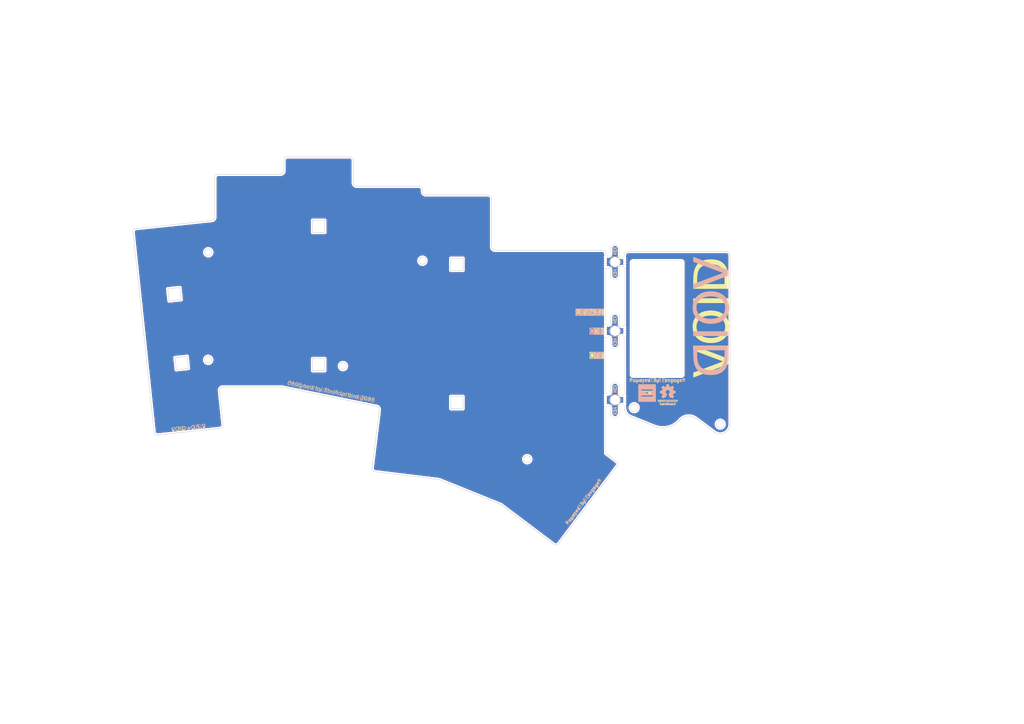
<source format=kicad_pcb>
(kicad_pcb (version 20240108) (generator "pcbnew") (generator_version "8.0")
  (title_block (title "bottom plate with MCU Cover") (date "2024-11-18") (rev "0.5.9") (company "Allen Choi"))
  (layers (0 "F.Cu" signal) (31 "B.Cu" signal) (34 "B.Paste" user) (35 "F.Paste" user) (36 "B.SilkS" user "B.Silkscreen") (37 "F.SilkS" user "F.Silkscreen") (38 "B.Mask" user) (39 "F.Mask" user) (44 "Edge.Cuts" user))
  (net 0 "")
  (net 1 "GND")
  (footprint "Nice!View_window" (layer "F.Cu") (at 190.655071 90.787191)
    (property "Reference" "DISP1" (hide yes))
    (property "Value" "")
    (fp_line (start -7.56 -14.67) (end -7.56 17.83) (stroke (width 0.05)) (layer "Edge.Cuts"))
    (fp_line (start -7.06 -15.17) (end 6.94 -15.17) (stroke (width 0.05)) (layer "Edge.Cuts"))
    (fp_line (start -7.06 18.33) (end 6.94 18.33) (stroke (width 0.05)) (layer "Edge.Cuts"))
    (fp_line (start 7.44 -14.67) (end 7.44 17.83) (stroke (width 0.05)) (layer "Edge.Cuts"))
    (fp_arc (start -7.56 -14.67) (mid -7.413553 -15.023553) (end -7.06 -15.17) (stroke (width 0.05)) (layer "Edge.Cuts"))
    (fp_arc (start -7.06 18.33) (mid -7.413553 18.183553) (end -7.56 17.83) (stroke (width 0.05)) (layer "Edge.Cuts"))
    (fp_arc (start 6.94 -15.17) (mid 7.293553 -15.023553) (end 7.44 -14.67) (stroke (width 0.05)) (layer "Edge.Cuts"))
    (fp_arc (start 7.44 17.83) (mid 7.293553 18.183553) (end 6.94 18.33) (stroke (width 0.05)) (layer "Edge.Cuts"))
  )
  (footprint "undefined" (layer "F.Cu") (at 193.655071 114.487191)
    (property "Reference" "LOGO2" (hide yes))
    (property "Value" "undefined" (hide yes))
  )
  (footprint "PCM_marbastlib-various:mousebites_5p5mm_easysnap" (layer "F.Cu") (at 181.130071 115.982191)
    (property "Reference" "MB5" (hide yes))
    (property "Value" "5.5mm" (hide yes))
    (fp_line (start -4 -3.9) (end -4 -2.4) (stroke (width 0.1)) (layer "Edge.Cuts"))
    (fp_line (start -4 2.4) (end -4 3.9) (stroke (width 0.1)) (layer "Edge.Cuts"))
    (fp_line (start -1.5 -2.03) (end -1.5 -3.9) (stroke (width 0.1)) (layer "Edge.Cuts"))
    (fp_line (start -1.5 3.9) (end -1.5 2.03) (stroke (width 0.1)) (layer "Edge.Cuts"))
    (fp_arc (start -5.5 2.4) (mid -4.75 1.65) (end -4 2.4) (stroke (width 0.1)) (layer "Edge.Cuts"))
    (fp_arc (start -4 -3.9) (mid -2.75 -5.15) (end -1.5 -3.9) (stroke (width 0.1)) (layer "Edge.Cuts"))
    (fp_arc (start -4 -2.4) (mid -4.75 -1.65) (end -5.5 -2.4) (stroke (width 0.1)) (layer "Edge.Cuts"))
    (fp_arc (start -1.5 2.03) (mid -0.75 1.28) (end 0 2.03) (stroke (width 0.1)) (layer "Edge.Cuts"))
    (fp_arc (start -1.5 3.9) (mid -2.75 5.15) (end -4 3.9) (stroke (width 0.1)) (layer "Edge.Cuts"))
    (fp_arc (start 0 -2.03) (mid -0.75 -1.28) (end -1.5 -2.03) (stroke (width 0.1)) (layer "Edge.Cuts"))
    (fp_text user "HEX" (at -2.75 3.2 90) (layer "B.SilkS") (effects (font (size 0.8 0.8)) (justify mirror)))
    (fp_text user "HEX" (at -2.75 -3.2 -90) (layer "B.SilkS") (effects (font (size 0.8 0.8)) (justify mirror)))
    (fp_text user "HEX" (at -2.75 -3.2 90) (layer "F.SilkS") (effects (font (size 0.8 0.8))))
    (fp_text user "HEX" (at -2.75 3.2 -90) (layer "F.SilkS") (effects (font (size 0.8 0.8))))
    (pad "" np_thru_hole circle (at -5.55 -1.48 180) (size 0.5 0.5) (drill 0.5) (layers "F&B.Cu" "*.Mask"))
    (pad "" np_thru_hole circle (at -5.55 -0.74 180) (size 0.5 0.5) (drill 0.5) (layers "F&B.Cu" "*.Mask"))
    (pad "" np_thru_hole circle (at -5.55 0 180) (size 0.5 0.5) (drill 0.5) (layers "F&B.Cu" "*.Mask"))
    (pad "" np_thru_hole circle (at -5.55 0.74 180) (size 0.5 0.5) (drill 0.5) (layers "F&B.Cu" "*.Mask"))
    (pad "" np_thru_hole circle (at -5.55 1.48 180) (size 0.5 0.5) (drill 0.5) (layers "F&B.Cu" "*.Mask"))
    (pad "" np_thru_hole circle (at -2.75 0 180) (size 2.4 2.4) (drill 2.4) (layers "F&B.Cu" "*.Mask"))
    (pad "" np_thru_hole circle (at 0.05 -1.11) (size 0.5 0.5) (drill 0.5) (layers "F&B.Cu" "*.Mask"))
    (pad "" np_thru_hole circle (at 0.05 -0.37) (size 0.5 0.5) (drill 0.5) (layers "F&B.Cu" "*.Mask"))
    (pad "" np_thru_hole circle (at 0.05 0.37) (size 0.5 0.5) (drill 0.5) (layers "F&B.Cu" "*.Mask"))
    (pad "" np_thru_hole circle (at 0.05 1.11) (size 0.5 0.5) (drill 0.5) (layers "F&B.Cu" "*.Mask"))
  )
  (footprint "PCM_marbastlib-various:mousebites_5p5mm_easysnap" (layer "F.Cu") (at 181.130071 75.982191)
    (property "Reference" "MB5" (hide yes))
    (property "Value" "5.5mm" (hide yes))
    (fp_line (start -4 -3.9) (end -4 -2.4) (stroke (width 0.1)) (layer "Edge.Cuts"))
    (fp_line (start -4 2.4) (end -4 3.9) (stroke (width 0.1)) (layer "Edge.Cuts"))
    (fp_line (start -1.5 -2.03) (end -1.5 -3.9) (stroke (width 0.1)) (layer "Edge.Cuts"))
    (fp_line (start -1.5 3.9) (end -1.5 2.03) (stroke (width 0.1)) (layer "Edge.Cuts"))
    (fp_arc (start -5.5 2.4) (mid -4.75 1.65) (end -4 2.4) (stroke (width 0.1)) (layer "Edge.Cuts"))
    (fp_arc (start -4 -3.9) (mid -2.75 -5.15) (end -1.5 -3.9) (stroke (width 0.1)) (layer "Edge.Cuts"))
    (fp_arc (start -4 -2.4) (mid -4.75 -1.65) (end -5.5 -2.4) (stroke (width 0.1)) (layer "Edge.Cuts"))
    (fp_arc (start -1.5 2.03) (mid -0.75 1.28) (end 0 2.03) (stroke (width 0.1)) (layer "Edge.Cuts"))
    (fp_arc (start -1.5 3.9) (mid -2.75 5.15) (end -4 3.9) (stroke (width 0.1)) (layer "Edge.Cuts"))
    (fp_arc (start 0 -2.03) (mid -0.75 -1.28) (end -1.5 -2.03) (stroke (width 0.1)) (layer "Edge.Cuts"))
    (fp_text user "HEX" (at -2.75 3.2 90) (layer "B.SilkS") (effects (font (size 0.8 0.8)) (justify mirror)))
    (fp_text user "HEX" (at -2.75 -3.2 -90) (layer "B.SilkS") (effects (font (size 0.8 0.8)) (justify mirror)))
    (fp_text user "HEX" (at -2.75 -3.2 90) (layer "F.SilkS") (effects (font (size 0.8 0.8))))
    (fp_text user "HEX" (at -2.75 3.2 -90) (layer "F.SilkS") (effects (font (size 0.8 0.8))))
    (pad "" np_thru_hole circle (at -5.55 -1.48 180) (size 0.5 0.5) (drill 0.5) (layers "F&B.Cu" "*.Mask"))
    (pad "" np_thru_hole circle (at -5.55 -0.74 180) (size 0.5 0.5) (drill 0.5) (layers "F&B.Cu" "*.Mask"))
    (pad "" np_thru_hole circle (at -5.55 0 180) (size 0.5 0.5) (drill 0.5) (layers "F&B.Cu" "*.Mask"))
    (pad "" np_thru_hole circle (at -5.55 0.74 180) (size 0.5 0.5) (drill 0.5) (layers "F&B.Cu" "*.Mask"))
    (pad "" np_thru_hole circle (at -5.55 1.48 180) (size 0.5 0.5) (drill 0.5) (layers "F&B.Cu" "*.Mask"))
    (pad "" np_thru_hole circle (at -2.75 0 180) (size 2.4 2.4) (drill 2.4) (layers "F&B.Cu" "*.Mask"))
    (pad "" np_thru_hole circle (at 0.05 -1.11) (size 0.5 0.5) (drill 0.5) (layers "F&B.Cu" "*.Mask"))
    (pad "" np_thru_hole circle (at 0.05 -0.37) (size 0.5 0.5) (drill 0.5) (layers "F&B.Cu" "*.Mask"))
    (pad "" np_thru_hole circle (at 0.05 0.37) (size 0.5 0.5) (drill 0.5) (layers "F&B.Cu" "*.Mask"))
    (pad "" np_thru_hole circle (at 0.05 1.11) (size 0.5 0.5) (drill 0.5) (layers "F&B.Cu" "*.Mask"))
  )
  (footprint "ceoloide:utility_ergogen_logo" (layer "F.Cu") (at 187.655071 113.987191)
    (property "Reference" "LOGO1" (hide yes))
    (property "Value" "")
  )
  (footprint "PCM_marbastlib-various:mousebites_5p5mm_easysnap" (layer "F.Cu") (at 181.130071 95.982191)
    (property "Reference" "MB5" (hide yes))
    (property "Value" "5.5mm" (hide yes))
    (fp_line (start -4 -3.9) (end -4 -2.4) (stroke (width 0.1)) (layer "Edge.Cuts"))
    (fp_line (start -4 2.4) (end -4 3.9) (stroke (width 0.1)) (layer "Edge.Cuts"))
    (fp_line (start -1.5 -2.03) (end -1.5 -3.9) (stroke (width 0.1)) (layer "Edge.Cuts"))
    (fp_line (start -1.5 3.9) (end -1.5 2.03) (stroke (width 0.1)) (layer "Edge.Cuts"))
    (fp_arc (start -5.5 2.4) (mid -4.75 1.65) (end -4 2.4) (stroke (width 0.1)) (layer "Edge.Cuts"))
    (fp_arc (start -4 -3.9) (mid -2.75 -5.15) (end -1.5 -3.9) (stroke (width 0.1)) (layer "Edge.Cuts"))
    (fp_arc (start -4 -2.4) (mid -4.75 -1.65) (end -5.5 -2.4) (stroke (width 0.1)) (layer "Edge.Cuts"))
    (fp_arc (start -1.5 2.03) (mid -0.75 1.28) (end 0 2.03) (stroke (width 0.1)) (layer "Edge.Cuts"))
    (fp_arc (start -1.5 3.9) (mid -2.75 5.15) (end -4 3.9) (stroke (width 0.1)) (layer "Edge.Cuts"))
    (fp_arc (start 0 -2.03) (mid -0.75 -1.28) (end -1.5 -2.03) (stroke (width 0.1)) (layer "Edge.Cuts"))
    (fp_text user "HEX" (at -2.75 3.2 90) (layer "B.SilkS") (effects (font (size 0.8 0.8)) (justify mirror)))
    (fp_text user "HEX" (at -2.75 -3.2 -90) (layer "B.SilkS") (effects (font (size 0.8 0.8)) (justify mirror)))
    (fp_text user "HEX" (at -2.75 3.2 -90) (layer "F.SilkS") (effects (font (size 0.8 0.8))))
    (fp_text user "HEX" (at -2.75 -3.2 90) (layer "F.SilkS") (effects (font (size 0.8 0.8))))
    (pad "" np_thru_hole circle (at -5.55 -1.48 180) (size 0.5 0.5) (drill 0.5) (layers "F&B.Cu" "*.Mask"))
    (pad "" np_thru_hole circle (at -5.55 -0.74 180) (size 0.5 0.5) (drill 0.5) (layers "F&B.Cu" "*.Mask"))
    (pad "" np_thru_hole circle (at -5.55 0 180) (size 0.5 0.5) (drill 0.5) (layers "F&B.Cu" "*.Mask"))
    (pad "" np_thru_hole circle (at -5.55 0.74 180) (size 0.5 0.5) (drill 0.5) (layers "F&B.Cu" "*.Mask"))
    (pad "" np_thru_hole circle (at -5.55 1.48 180) (size 0.5 0.5) (drill 0.5) (layers "F&B.Cu" "*.Mask"))
    (pad "" np_thru_hole circle (at -2.75 0 180) (size 2.4 2.4) (drill 2.4) (layers "F&B.Cu" "*.Mask"))
    (pad "" np_thru_hole circle (at 0.05 -1.11) (size 0.5 0.5) (drill 0.5) (layers "F&B.Cu" "*.Mask"))
    (pad "" np_thru_hole circle (at 0.05 -0.37) (size 0.5 0.5) (drill 0.5) (layers "F&B.Cu" "*.Mask"))
    (pad "" np_thru_hole circle (at 0.05 0.37) (size 0.5 0.5) (drill 0.5) (layers "F&B.Cu" "*.Mask"))
    (pad "" np_thru_hole circle (at 0.05 1.11) (size 0.5 0.5) (drill 0.5) (layers "F&B.Cu" "*.Mask"))
  )
  (gr_line (start 134.322571 114.947193) (end 130.722571 114.947191) (stroke (width 0.15)) (layer "Edge.Cuts"))
  (gr_arc (start 123.497572 56.542191) (mid 122.790517 56.249254) (end 122.497571 55.542191) (stroke (width 0.15)) (layer "Edge.Cuts"))
  (gr_arc (start 45.811351 126.107961) (mid 45.077508 125.890586) (end 44.7123 125.217968) (stroke (width 0.15)) (layer "Edge.Cuts"))
  (gr_arc (start 182.872571 120.80783) (mid 181.621137 119.783361) (end 181.151003 118.235911) (stroke (width 0.15)) (layer "Edge.Cuts"))
  (gr_line (start 210.712571 72.952191) (end 182.130071 72.952191) (stroke (width 0.15)) (layer "Edge.Cuts"))
  (gr_line (start 58.469606 64.296202) (end 39.523964 66.287469) (stroke (width 0.15)) (layer "Edge.Cuts"))
  (gr_arc (start 82.397571 46.542191) (mid 82.69049 45.83512) (end 83.397571 45.542193) (stroke (width 0.15)) (layer "Edge.Cuts"))
  (gr_line (start 54.675155 106.881115) (end 54.298852 103.300836) (stroke (width 0.15)) (layer "Edge.Cuts"))
  (gr_arc (start 121.497571 54.042191) (mid 122.20473 54.33504) (end 122.497571 55.042191) (stroke (width 0.15)) (layer "Edge.Cuts"))
  (gr_arc (start 81.582003 112.175038) (mid 81.490185 112.187888) (end 81.397571 112.192191) (stroke (width 0.15)) (layer "Edge.Cuts"))
  (gr_line (start 123.497572 56.542191) (end 141.547571 56.542191) (stroke (width 0.15)) (layer "Edge.Cuts"))
  (gr_line (start 64.61429 112.192191) (end 81.397571 112.192191) (stroke (width 0.15)) (layer "Edge.Cuts"))
  (gr_line (start 40.625237 86.332164) (end 42.721033 106.272328) (stroke (width 0.15)) (layer "Edge.Cuts"))
  (gr_circle (center 122.522571 75.617193) (end 123.572571 75.617191) (stroke (width 0.15)) (fill none) (layer "Edge.Cuts"))
  (gr_line (start 54.298852 103.300836) (end 50.718574 103.677141) (stroke (width 0.15)) (layer "Edge.Cuts"))
  (gr_line (start 94.222571 107.547191) (end 94.222571 103.947191) (stroke (width 0.15)) (layer "Edge.Cuts"))
  (gr_line (start 62.347571 51.542191) (end 62.347571 62.988209) (stroke (width 0.15)) (layer "Edge.Cuts"))
  (gr_line (start 175.630071 78.382191) (end 175.630071 93.582191) (stroke (width 0.1)) (layer "Edge.Cuts"))
  (gr_arc (start 62.347571 62.988209) (mid 62.090698 63.657304) (end 61.452099 63.982731) (stroke (width 0.15)) (layer "Edge.Cuts"))
  (gr_arc (start 101.447572 45.542191) (mid 102.15473 45.83504) (end 102.447571 46.542191) (stroke (width 0.15)) (layer "Edge.Cuts"))
  (gr_line (start 181.151003 118.235911) (end 181.130071 118.012191) (stroke (width 0.1)) (layer "Edge.Cuts"))
  (gr_circle (center 208.884399 123.028051) (end 210.034399 123.028051) (stroke (width 0.15)) (fill none) (layer "Edge.Cuts"))
  (gr_line (start 48.99908 87.317253) (end 52.579359 86.940953) (stroke (width 0.15)) (layer "Edge.Cuts"))
  (gr_circle (center 99.472571 106.167191) (end 100.522571 106.167191) (stroke (width 0.15)) (fill none) (layer "Edge.Cuts"))
  (gr_line (start 134.322571 78.447191) (end 134.322572 74.847191) (stroke (width 0.15)) (layer "Edge.Cuts"))
  (gr_line (start 38.63397 67.38652) (end 40.625237 86.332164) (stroke (width 0.15)) (layer "Edge.Cuts"))
  (gr_line (start 90.622572 63.847191) (end 90.622571 67.447191) (stroke (width 0.15)) (layer "Edge.Cuts"))
  (gr_line (start 130.722571 78.447193) (end 134.322571 78.447191) (stroke (width 0.15)) (layer "Edge.Cuts"))
  (gr_arc (start 38.63397 67.38652) (mid 38.851379 66.652715) (end 39.523964 66.287469) (stroke (width 0.15)) (layer "Edge.Cuts"))
  (gr_line (start 121.497571 54.042191) (end 103.44757 54.042193) (stroke (width 0.15)) (layer "Edge.Cuts"))
  (gr_line (start 122.497571 55.542191) (end 122.497571 55.042191) (stroke (width 0.15)) (layer "Edge.Cuts"))
  (gr_line (start 50.718574 103.677141) (end 51.094876 107.257419) (stroke (width 0.15)) (layer "Edge.Cuts"))
  (gr_circle (center 152.9133 133.177419) (end 153.9633 133.177419) (stroke (width 0.15)) (fill none) (layer "Edge.Cuts"))
  (gr_line (start 181.130071 113.952191) (end 181.130071 98.012191) (stroke (width 0.1)) (layer "Edge.Cuts"))
  (gr_line (start 94.222571 67.447191) (end 94.222572 63.847191) (stroke (width 0.15)) (layer "Edge.Cuts"))
  (gr_arc (start 174.630071 72.582193) (mid 175.337228 72.875041) (end 175.630071 73.582191) (stroke (width 0.15)) (layer "Edge.Cuts"))
  (gr_arc (start 196.961132 122.008392) (mid 199.276361 120.645406) (end 201.877355 121.318347) (stroke (width 0.15)) (layer "Edge.Cuts"))
  (gr_line (start 130.722571 74.847193) (end 130.722571 78.447193) (stroke (width 0.15)) (layer "Edge.Cuts"))
  (gr_line (start 182.872571 120.80783) (end 189.649393 123.546606) (stroke (width 0.15)) (layer "Edge.Cuts"))
  (gr_arc (start 82.397572 49.542191) (mid 82.104704 50.249334) (end 81.397571 50.542191) (stroke (width 0.15)) (layer "Edge.Cuts"))
  (gr_arc (start 178.699078 133.816471) (mid 179.087528 134.475926) (end 178.895897 135.216921) (stroke (width 0.15)) (layer "Edge.Cuts"))
  (gr_arc (start 109.239773 117.812596) (mid 109.851647 118.208392) (end 110.032593 118.914315) (stroke (width 0.15)) (layer "Edge.Cuts"))
  (gr_line (start 207.047728 125.165284) (end 201.877355 121.318347) (stroke (width 0.15)) (layer "Edge.Cuts"))
  (gr_arc (start 108.844456 136.796426) (mid 108.178305 136.419544) (end 107.973779 135.68201) (stroke (width 0.15)) (layer "Edge.Cuts"))
  (gr_line (start 178.699078 133.816471) (end 175.630071 131.503811) (stroke (width 0.15)) (layer "Edge.Cuts"))
  (gr_line (start 130.722571 114.947191) (end 130.722571 118.547191) (stroke (width 0.15)) (layer "Edge.Cuts"))
  (gr_line (start 127.523486 139.124255) (end 145.40275 146.347944) (stroke (width 0.15)) (layer "Edge.Cuts"))
  (gr_arc (start 141.547571 56.542191) (mid 142.25473 56.835041) (end 142.547571 57.542193) (stroke (width 0.15)) (layer "Edge.Cuts"))
  (gr_line (start 145.40275 146.347944) (end 145.385483 146.370858) (stroke (width 0.15)) (layer "Edge.Cuts"))
  (gr_line (start 51.094876 107.257419) (end 54.675155 106.881115) (stroke (width 0.15)) (layer "Edge.Cuts"))
  (gr_line (start 61.452099 63.982731) (end 58.469606 64.296202) (stroke (width 0.15)) (layer "Edge.Cuts"))
  (gr_circle (center 183.932933 118.235911) (end 185.082933 118.235911) (stroke (width 0.15)) (fill none) (layer "Edge.Cuts"))
  (gr_line (start 82.397571 46.542191) (end 82.397572 49.542191) (stroke (width 0.15)) (layer "Edge.Cuts"))
  (gr_arc (start 143.547572 72.582191) (mid 142.840517 72.289255) (end 142.547571 71.582193) (stroke (width 0.15)) (layer "Edge.Cuts"))
  (gr_line (start 102.447571 53.042193) (end 102.447571 46.542191) (stroke (width 0.15)) (layer "Edge.Cuts"))
  (gr_arc (start 161.999941 157.638615) (mid 161.340481 158.027088) (end 160.59949 157.835435) (stroke (width 0.15)) (layer "Edge.Cuts"))
  (gr_line (start 81.397571 50.542191) (end 63.347571 50.542191) (stroke (width 0.15)) (layer "Edge.Cuts"))
  (gr_line (start 181.130071 93.952191) (end 181.130071 78.012191) (stroke (width 0.1)) (layer "Edge.Cuts"))
  (gr_line (start 134.322571 118.547193) (end 134.322571 114.947193) (stroke (width 0.15)) (layer "Edge.Cuts"))
  (gr_arc (start 127.27075 139.05889) (mid 127.399263 139.083279) (end 127.523486 139.124255) (stroke (width 0.15)) (layer "Edge.Cuts"))
  (gr_line (start 94.222572 63.847191) (end 90.622572 63.847191) (stroke (width 0.15)) (layer "Edge.Cuts"))
  (gr_line (start 94.222571 103.947191) (end 90.622571 103.947193) (stroke (width 0.15)) (layer "Edge.Cuts"))
  (gr_line (start 134.322572 74.847191) (end 130.722571 74.847193) (stroke (width 0.15)) (layer "Edge.Cuts"))
  (gr_line (start 174.630071 72.582193) (end 143.547572 72.582191) (stroke (width 0.15)) (layer "Edge.Cuts"))
  (gr_circle (center 60.372571 104.367191) (end 61.422571 104.367193) (stroke (width 0.15)) (fill none) (layer "Edge.Cuts"))
  (gr_line (start 211.702399 123.028051) (end 211.712571 73.952191) (stroke (width 0.15)) (layer "Edge.Cuts"))
  (gr_arc (start 63.619768 113.296719) (mid 63.871177 112.523107) (end 64.61429 112.192191) (stroke (width 0.15)) (layer "Edge.Cuts"))
  (gr_line (start 90.622571 67.447191) (end 94.222571 67.447191) (stroke (width 0.15)) (layer "Edge.Cuts"))
  (gr_arc (start 64.652464 123.122174) (mid 64.435076 123.85601) (end 63.762471 124.221223) (stroke (width 0.15)) (layer "Edge.Cuts"))
  (gr_line (start 175.630071 98.382191) (end 175.630071 113.582191) (stroke (width 0.1)) (layer "Edge.Cuts"))
  (gr_line (start 142.547571 71.582193) (end 142.547571 57.542193) (stroke (width 0.15)) (layer "Edge.Cuts"))
  (gr_arc (start 181.130071 73.952191) (mid 181.422934 73.245054) (end 182.130071 72.952191) (stroke (width 0.15)) (layer "Edge.Cuts"))
  (gr_arc (start 62.347571 51.542191) (mid 62.64049 50.83512) (end 63.347571 50.542191) (stroke (width 0.15)) (layer "Edge.Cuts"))
  (gr_line (start 42.721033 106.272328) (end 44.7123 125.217968) (stroke (width 0.15)) (layer "Edge.Cuts"))
  (gr_line (start 52.579359 86.940953) (end 52.203057 83.360672) (stroke (width 0.15)) (layer "Edge.Cuts"))
  (gr_arc (start 210.712571 72.952191) (mid 211.419714 73.245047) (end 211.712571 73.952191) (stroke (width 0.15)) (layer "Edge.Cuts"))
  (gr_line (start 52.203057 83.360672) (end 48.622778 83.736976) (stroke (width 0.15)) (layer "Edge.Cuts"))
  (gr_line (start 101.447572 45.542191) (end 83.397571 45.542193) (stroke (width 0.15)) (layer "Edge.Cuts"))
  (gr_line (start 175.630071 118.382191) (end 175.630071 131.503811) (stroke (width 0.1)) (layer "Edge.Cuts"))
  (gr_line (start 64.652464 123.122174) (end 63.619768 113.296719) (stroke (width 0.15)) (layer "Edge.Cuts"))
  (gr_line (start 161.999941 157.638615) (end 178.895897 135.216921) (stroke (width 0.15)) (layer "Edge.Cuts"))
  (gr_circle (center 60.407497 73.167234) (end 61.457497 73.167234) (stroke (width 0.15)) (fill none) (layer "Edge.Cuts"))
  (gr_arc (start 103.44757 54.042193) (mid 102.740515 53.749255) (end 102.447571 53.042193) (stroke (width 0.15)) (layer "Edge.Cuts"))
  (gr_line (start 107.973779 135.68201) (end 110.032593 118.914315) (stroke (width 0.15)) (layer "Edge.Cuts"))
  (gr_line (start 48.622778 83.736976) (end 48.99908 87.317253) (stroke (width 0.15)) (layer "Edge.Cuts"))
  (gr_arc (start 211.702397 123.028051) (mid 210.060276 125.58899) (end 207.047728 125.165284) (stroke (width 0.15)) (layer "Edge.Cuts"))
  (gr_line (start 81.582003 112.175038) (end 109.239773 117.812596) (stroke (width 0.15)) (layer "Edge.Cuts"))
  (gr_line (start 145.385483 146.370858) (end 160.59949 157.835435) (stroke (width 0.15)) (layer "Edge.Cuts"))
  (gr_line (start 90.622571 103.947193) (end 90.622571 107.547193) (stroke (width 0.15)) (layer "Edge.Cuts"))
  (gr_line (start 45.811351 126.107961) (end 63.762471 124.221223) (stroke (width 0.15)) (layer "Edge.Cuts"))
  (gr_line (start 130.722571 118.547191) (end 134.322571 118.547193) (stroke (width 0.15)) (layer "Edge.Cuts"))
  (gr_arc (start 196.961131 122.008392) (mid 193.54562 123.920015) (end 189.649393 123.546606) (stroke (width 0.15)) (layer "Edge.Cuts"))
  (gr_line (start 108.844456 136.796426) (end 127.27075 139.05889) (stroke (width 0.15)) (layer "Edge.Cuts"))
  (gr_line (start 90.622571 107.547193) (end 94.222571 107.547191) (stroke (width 0.15)) (layer "Edge.Cuts"))
  (gr_text "UPDATE" (at 171.022571 90.617191 0) (layer "B.SilkS" knockout) (effects (font (size 1.5 1.5)) (justify mirror)))
  (gr_text "VOID" (at 207.105071 91.987191 90) (layer "B.SilkS") (effects (font (size 10 10)) (justify mirror)))
  (gr_text "Powered By Eergogen" (at 190.655071 110.287191 0) (layer "B.SilkS") (effects (font (size 1 1)) (justify mirror)))
  (gr_text "ON" (at 173.722571 103.117191 0) (layer "B.SilkS" knockout) (effects (font (size 1.5 1.5))))
  (gr_text "OFF" (at 172.972571 96.117191 0) (layer "B.SilkS" knockout) (effects (font (size 1.5 1.5))))
  (gr_text "designed by Thunderbird 2086" (at 96.037246 113.603544 -11.5) (layer "B.SilkS") (effects (font (size 1.2 1.2)) (justify mirror)))
  (gr_text "Powered By Eergogen" (at 169.23 145.51 53) (layer "B.SilkS") (effects (font (size 1 1)) (justify mirror)))
  (gr_text "VOID v0.5.9" (at 54.679769 124.145209 6) (layer "B.SilkS") (effects (font (size 1.2 1.2)) (justify mirror)))
  (gr_text "ON" (at 173.722571 96.117193 0) (layer "F.SilkS" knockout) (effects (font (size 1.5 1.5))))
  (gr_text "VOID" (at 207.105071 91.987191 90) (layer "F.SilkS") (effects (font (size 10 10))))
  (gr_text "OFF" (at 173.022571 103.117191 0) (layer "F.SilkS" knockout) (effects (font (size 1.5 1.5))))
  (gr_text "UPDATE" (at 171.022571 90.617191 0) (layer "F.SilkS" knockout) (effects (font (size 1.5 1.5))))
  (gr_text "Powered By Eergogen" (at 169.23 145.51 53) (layer "F.SilkS") (effects (font (size 1 1))))
  (gr_text "Powered By Eergogen" (at 190.655071 110.287191 0) (layer "F.SilkS") (effects (font (size 1 1))))
  (gr_text "designed by Thunderbird 2086" (at 96.037246 113.603544 -11.5) (layer "F.SilkS") (effects (font (size 1.2 1.2))))
  (gr_text "VOID v0.5.9" (at 54.679769 124.145209 6) (layer "F.SilkS") (effects (font (size 1.2 1.2))))
  (zone (net 1) (net_name "GND") (layers "F&B.Cu") (connect_pads yes (clearance 0.508)) (min_thickness 0.25) (fill yes (thermal_gap 0.5) (thermal_bridge_width 0.5) (smoothing chamfer) (radius 0.5) (island_removal_mode 1) (island_area_min 5))
    (polygon (pts (xy 0 0) (xy 297 0) (xy 297 210) (xy 0 210)))
  )
)
</source>
